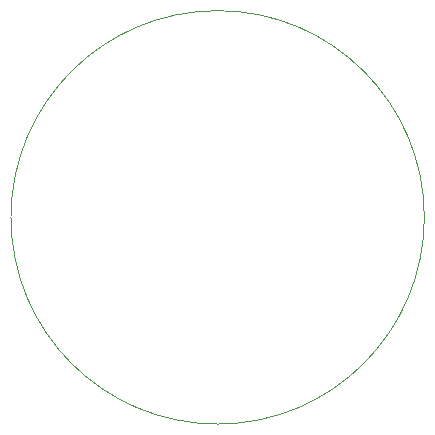
<source format=gbr>
%TF.GenerationSoftware,KiCad,Pcbnew,7.0.2*%
%TF.CreationDate,2023-11-25T23:14:47+00:00*%
%TF.ProjectId,simpleclick,73696d70-6c65-4636-9c69-636b2e6b6963,rev?*%
%TF.SameCoordinates,Original*%
%TF.FileFunction,Profile,NP*%
%FSLAX46Y46*%
G04 Gerber Fmt 4.6, Leading zero omitted, Abs format (unit mm)*
G04 Created by KiCad (PCBNEW 7.0.2) date 2023-11-25 23:14:47*
%MOMM*%
%LPD*%
G01*
G04 APERTURE LIST*
%TA.AperFunction,Profile*%
%ADD10C,0.100000*%
%TD*%
G04 APERTURE END LIST*
D10*
X137261000Y-81407000D02*
G75*
G03*
X137261000Y-81407000I-17500000J0D01*
G01*
M02*

</source>
